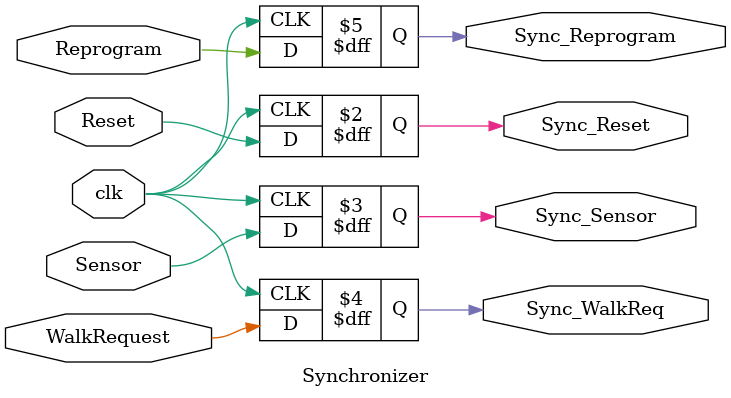
<source format=v>
`timescale 1us / 1ns


module Synchronizer(
    input Reset,
    input Sensor,
    input WalkRequest,
    input Reprogram,
    input clk,
    output reg Sync_Reset,
    output reg Sync_Sensor,
    output reg Sync_WalkReq,
    output reg Sync_Reprogram    
    );
    
    always @ (posedge clk) begin
        Sync_Reset <= Reset;
        Sync_Sensor <= Sensor;
        Sync_WalkReq <= WalkRequest;
        Sync_Reprogram <= Reprogram;
	
	end	
	
endmodule



</source>
